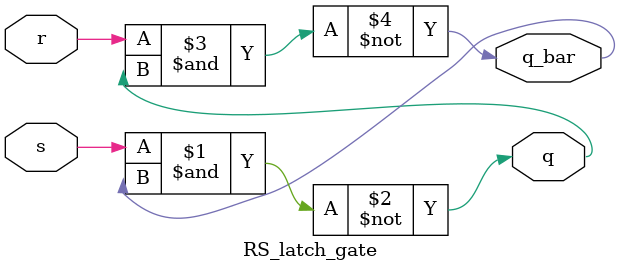
<source format=v>
module RS_latch_gate (
    input s, r,
    output q, q_bar
);
    nand (q, s, q_bar);
    nand (q_bar, r, q);
endmodule
</source>
